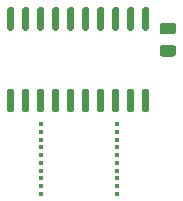
<source format=gbr>
%TF.GenerationSoftware,KiCad,Pcbnew,(5.1.6-0-10_14)*%
%TF.CreationDate,2021-01-18T11:29:05-08:00*%
%TF.ProjectId,lv3273_shield,6c763332-3733-45f7-9368-69656c642e6b,rev?*%
%TF.SameCoordinates,Original*%
%TF.FileFunction,Paste,Top*%
%TF.FilePolarity,Positive*%
%FSLAX46Y46*%
G04 Gerber Fmt 4.6, Leading zero omitted, Abs format (unit mm)*
G04 Created by KiCad (PCBNEW (5.1.6-0-10_14)) date 2021-01-18 11:29:05*
%MOMM*%
%LPD*%
G01*
G04 APERTURE LIST*
%ADD10R,0.450000X0.450000*%
G04 APERTURE END LIST*
D10*
%TO.C,J1*%
X99375000Y-90075000D03*
X99375000Y-92025000D03*
X99375000Y-91375000D03*
X99375000Y-90725000D03*
X99375000Y-89425000D03*
X99375000Y-88775000D03*
X99375000Y-88125000D03*
X99375000Y-87475000D03*
X99375000Y-86825000D03*
X99375000Y-86175000D03*
%TD*%
%TO.C,J2*%
X92925000Y-88125000D03*
X92925000Y-86175000D03*
X92925000Y-86825000D03*
X92925000Y-87475000D03*
X92925000Y-88775000D03*
X92925000Y-89425000D03*
X92925000Y-90075000D03*
X92925000Y-90725000D03*
X92925000Y-91375000D03*
X92925000Y-92025000D03*
%TD*%
%TO.C,U1*%
G36*
G01*
X101665000Y-83175000D02*
X101965000Y-83175000D01*
G75*
G02*
X102115000Y-83325000I0J-150000D01*
G01*
X102115000Y-85000000D01*
G75*
G02*
X101965000Y-85150000I-150000J0D01*
G01*
X101665000Y-85150000D01*
G75*
G02*
X101515000Y-85000000I0J150000D01*
G01*
X101515000Y-83325000D01*
G75*
G02*
X101665000Y-83175000I150000J0D01*
G01*
G37*
G36*
G01*
X100395000Y-83175000D02*
X100695000Y-83175000D01*
G75*
G02*
X100845000Y-83325000I0J-150000D01*
G01*
X100845000Y-85000000D01*
G75*
G02*
X100695000Y-85150000I-150000J0D01*
G01*
X100395000Y-85150000D01*
G75*
G02*
X100245000Y-85000000I0J150000D01*
G01*
X100245000Y-83325000D01*
G75*
G02*
X100395000Y-83175000I150000J0D01*
G01*
G37*
G36*
G01*
X99125000Y-83175000D02*
X99425000Y-83175000D01*
G75*
G02*
X99575000Y-83325000I0J-150000D01*
G01*
X99575000Y-85000000D01*
G75*
G02*
X99425000Y-85150000I-150000J0D01*
G01*
X99125000Y-85150000D01*
G75*
G02*
X98975000Y-85000000I0J150000D01*
G01*
X98975000Y-83325000D01*
G75*
G02*
X99125000Y-83175000I150000J0D01*
G01*
G37*
G36*
G01*
X97855000Y-83175000D02*
X98155000Y-83175000D01*
G75*
G02*
X98305000Y-83325000I0J-150000D01*
G01*
X98305000Y-85000000D01*
G75*
G02*
X98155000Y-85150000I-150000J0D01*
G01*
X97855000Y-85150000D01*
G75*
G02*
X97705000Y-85000000I0J150000D01*
G01*
X97705000Y-83325000D01*
G75*
G02*
X97855000Y-83175000I150000J0D01*
G01*
G37*
G36*
G01*
X96585000Y-83175000D02*
X96885000Y-83175000D01*
G75*
G02*
X97035000Y-83325000I0J-150000D01*
G01*
X97035000Y-85000000D01*
G75*
G02*
X96885000Y-85150000I-150000J0D01*
G01*
X96585000Y-85150000D01*
G75*
G02*
X96435000Y-85000000I0J150000D01*
G01*
X96435000Y-83325000D01*
G75*
G02*
X96585000Y-83175000I150000J0D01*
G01*
G37*
G36*
G01*
X95315000Y-83175000D02*
X95615000Y-83175000D01*
G75*
G02*
X95765000Y-83325000I0J-150000D01*
G01*
X95765000Y-85000000D01*
G75*
G02*
X95615000Y-85150000I-150000J0D01*
G01*
X95315000Y-85150000D01*
G75*
G02*
X95165000Y-85000000I0J150000D01*
G01*
X95165000Y-83325000D01*
G75*
G02*
X95315000Y-83175000I150000J0D01*
G01*
G37*
G36*
G01*
X94045000Y-83175000D02*
X94345000Y-83175000D01*
G75*
G02*
X94495000Y-83325000I0J-150000D01*
G01*
X94495000Y-85000000D01*
G75*
G02*
X94345000Y-85150000I-150000J0D01*
G01*
X94045000Y-85150000D01*
G75*
G02*
X93895000Y-85000000I0J150000D01*
G01*
X93895000Y-83325000D01*
G75*
G02*
X94045000Y-83175000I150000J0D01*
G01*
G37*
G36*
G01*
X92775000Y-83175000D02*
X93075000Y-83175000D01*
G75*
G02*
X93225000Y-83325000I0J-150000D01*
G01*
X93225000Y-85000000D01*
G75*
G02*
X93075000Y-85150000I-150000J0D01*
G01*
X92775000Y-85150000D01*
G75*
G02*
X92625000Y-85000000I0J150000D01*
G01*
X92625000Y-83325000D01*
G75*
G02*
X92775000Y-83175000I150000J0D01*
G01*
G37*
G36*
G01*
X91505000Y-83175000D02*
X91805000Y-83175000D01*
G75*
G02*
X91955000Y-83325000I0J-150000D01*
G01*
X91955000Y-85000000D01*
G75*
G02*
X91805000Y-85150000I-150000J0D01*
G01*
X91505000Y-85150000D01*
G75*
G02*
X91355000Y-85000000I0J150000D01*
G01*
X91355000Y-83325000D01*
G75*
G02*
X91505000Y-83175000I150000J0D01*
G01*
G37*
G36*
G01*
X90235000Y-83175000D02*
X90535000Y-83175000D01*
G75*
G02*
X90685000Y-83325000I0J-150000D01*
G01*
X90685000Y-85000000D01*
G75*
G02*
X90535000Y-85150000I-150000J0D01*
G01*
X90235000Y-85150000D01*
G75*
G02*
X90085000Y-85000000I0J150000D01*
G01*
X90085000Y-83325000D01*
G75*
G02*
X90235000Y-83175000I150000J0D01*
G01*
G37*
G36*
G01*
X90235000Y-76250000D02*
X90535000Y-76250000D01*
G75*
G02*
X90685000Y-76400000I0J-150000D01*
G01*
X90685000Y-78075000D01*
G75*
G02*
X90535000Y-78225000I-150000J0D01*
G01*
X90235000Y-78225000D01*
G75*
G02*
X90085000Y-78075000I0J150000D01*
G01*
X90085000Y-76400000D01*
G75*
G02*
X90235000Y-76250000I150000J0D01*
G01*
G37*
G36*
G01*
X91505000Y-76250000D02*
X91805000Y-76250000D01*
G75*
G02*
X91955000Y-76400000I0J-150000D01*
G01*
X91955000Y-78075000D01*
G75*
G02*
X91805000Y-78225000I-150000J0D01*
G01*
X91505000Y-78225000D01*
G75*
G02*
X91355000Y-78075000I0J150000D01*
G01*
X91355000Y-76400000D01*
G75*
G02*
X91505000Y-76250000I150000J0D01*
G01*
G37*
G36*
G01*
X92775000Y-76250000D02*
X93075000Y-76250000D01*
G75*
G02*
X93225000Y-76400000I0J-150000D01*
G01*
X93225000Y-78075000D01*
G75*
G02*
X93075000Y-78225000I-150000J0D01*
G01*
X92775000Y-78225000D01*
G75*
G02*
X92625000Y-78075000I0J150000D01*
G01*
X92625000Y-76400000D01*
G75*
G02*
X92775000Y-76250000I150000J0D01*
G01*
G37*
G36*
G01*
X94045000Y-76250000D02*
X94345000Y-76250000D01*
G75*
G02*
X94495000Y-76400000I0J-150000D01*
G01*
X94495000Y-78075000D01*
G75*
G02*
X94345000Y-78225000I-150000J0D01*
G01*
X94045000Y-78225000D01*
G75*
G02*
X93895000Y-78075000I0J150000D01*
G01*
X93895000Y-76400000D01*
G75*
G02*
X94045000Y-76250000I150000J0D01*
G01*
G37*
G36*
G01*
X95315000Y-76250000D02*
X95615000Y-76250000D01*
G75*
G02*
X95765000Y-76400000I0J-150000D01*
G01*
X95765000Y-78075000D01*
G75*
G02*
X95615000Y-78225000I-150000J0D01*
G01*
X95315000Y-78225000D01*
G75*
G02*
X95165000Y-78075000I0J150000D01*
G01*
X95165000Y-76400000D01*
G75*
G02*
X95315000Y-76250000I150000J0D01*
G01*
G37*
G36*
G01*
X96585000Y-76250000D02*
X96885000Y-76250000D01*
G75*
G02*
X97035000Y-76400000I0J-150000D01*
G01*
X97035000Y-78075000D01*
G75*
G02*
X96885000Y-78225000I-150000J0D01*
G01*
X96585000Y-78225000D01*
G75*
G02*
X96435000Y-78075000I0J150000D01*
G01*
X96435000Y-76400000D01*
G75*
G02*
X96585000Y-76250000I150000J0D01*
G01*
G37*
G36*
G01*
X97855000Y-76250000D02*
X98155000Y-76250000D01*
G75*
G02*
X98305000Y-76400000I0J-150000D01*
G01*
X98305000Y-78075000D01*
G75*
G02*
X98155000Y-78225000I-150000J0D01*
G01*
X97855000Y-78225000D01*
G75*
G02*
X97705000Y-78075000I0J150000D01*
G01*
X97705000Y-76400000D01*
G75*
G02*
X97855000Y-76250000I150000J0D01*
G01*
G37*
G36*
G01*
X99125000Y-76250000D02*
X99425000Y-76250000D01*
G75*
G02*
X99575000Y-76400000I0J-150000D01*
G01*
X99575000Y-78075000D01*
G75*
G02*
X99425000Y-78225000I-150000J0D01*
G01*
X99125000Y-78225000D01*
G75*
G02*
X98975000Y-78075000I0J150000D01*
G01*
X98975000Y-76400000D01*
G75*
G02*
X99125000Y-76250000I150000J0D01*
G01*
G37*
G36*
G01*
X100395000Y-76250000D02*
X100695000Y-76250000D01*
G75*
G02*
X100845000Y-76400000I0J-150000D01*
G01*
X100845000Y-78075000D01*
G75*
G02*
X100695000Y-78225000I-150000J0D01*
G01*
X100395000Y-78225000D01*
G75*
G02*
X100245000Y-78075000I0J150000D01*
G01*
X100245000Y-76400000D01*
G75*
G02*
X100395000Y-76250000I150000J0D01*
G01*
G37*
G36*
G01*
X101665000Y-76250000D02*
X101965000Y-76250000D01*
G75*
G02*
X102115000Y-76400000I0J-150000D01*
G01*
X102115000Y-78075000D01*
G75*
G02*
X101965000Y-78225000I-150000J0D01*
G01*
X101665000Y-78225000D01*
G75*
G02*
X101515000Y-78075000I0J150000D01*
G01*
X101515000Y-76400000D01*
G75*
G02*
X101665000Y-76250000I150000J0D01*
G01*
G37*
%TD*%
%TO.C,C1*%
G36*
G01*
X103243750Y-79450000D02*
X104156250Y-79450000D01*
G75*
G02*
X104400000Y-79693750I0J-243750D01*
G01*
X104400000Y-80181250D01*
G75*
G02*
X104156250Y-80425000I-243750J0D01*
G01*
X103243750Y-80425000D01*
G75*
G02*
X103000000Y-80181250I0J243750D01*
G01*
X103000000Y-79693750D01*
G75*
G02*
X103243750Y-79450000I243750J0D01*
G01*
G37*
G36*
G01*
X103243750Y-77575000D02*
X104156250Y-77575000D01*
G75*
G02*
X104400000Y-77818750I0J-243750D01*
G01*
X104400000Y-78306250D01*
G75*
G02*
X104156250Y-78550000I-243750J0D01*
G01*
X103243750Y-78550000D01*
G75*
G02*
X103000000Y-78306250I0J243750D01*
G01*
X103000000Y-77818750D01*
G75*
G02*
X103243750Y-77575000I243750J0D01*
G01*
G37*
%TD*%
M02*

</source>
